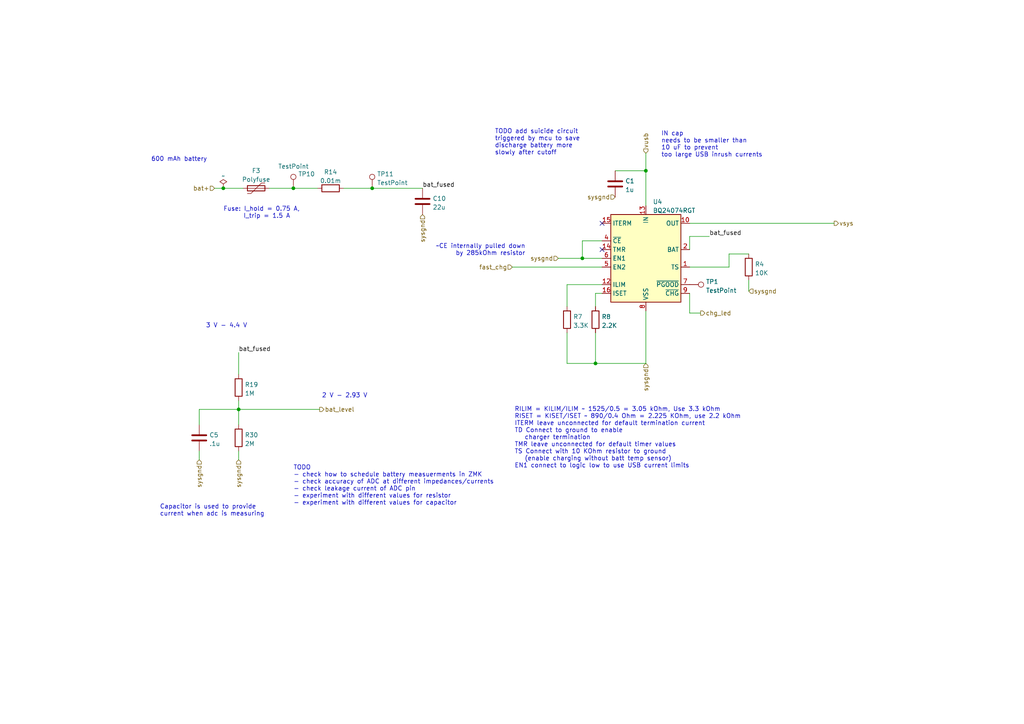
<source format=kicad_sch>
(kicad_sch (version 20211123) (generator eeschema)
  (paper "A4")
  (lib_symbols
    (symbol "Battery_Management:BQ24074RGT"
      (property "Reference" "U" (at -8.89 13.97 0))
      (property "Value" "BQ24074RGT" (at 16.51 13.97 0))
      (symbol "BQ24074RGT_0_1"
        (rectangle (start -10.16 12.7) (end 10.16 -12.7) (stroke (width 0.254)) (fill (type background)))
      )
      (symbol "BQ24074RGT_1_1"
        (pin passive line (at 12.7 -2.54 180) (length 2.54) (name "TS") (number "1"))
        (pin power_out line (at 12.7 10.16 180) (length 2.54) (name "OUT") (number "10"))
        (pin passive line (at 12.7 10.16 180) (length 2.54) hide (name "OUT") (number "11"))
        (pin passive line (at -12.7 -7.62 0) (length 2.54) (name "ILIM") (number "12"))
        (pin power_in line (at 0 15.24 270) (length 2.54) (name "IN") (number "13"))
        (pin input line (at -12.7 2.54 0) (length 2.54) (name "TMR") (number "14"))
        (pin input line (at -12.7 10.16 0) (length 2.54) (name "ITERM") (number "15"))
        (pin passive line (at -12.7 -10.16 0) (length 2.54) (name "ISET") (number "16"))
        (pin passive line (at 0 -15.24 90) (length 2.54) hide (name "VSS") (number "17"))
        (pin power_out line (at 12.7 2.54 180) (length 2.54) (name "BAT") (number "2"))
        (pin passive line (at 12.7 2.54 180) (length 2.54) hide (name "BAT") (number "3"))
        (pin input line (at -12.7 5.08 0) (length 2.54) (name "~{CE}") (number "4"))
        (pin input line (at -12.7 -2.54 0) (length 2.54) (name "EN2") (number "5"))
        (pin input line (at -12.7 0 0) (length 2.54) (name "EN1") (number "6"))
        (pin open_collector line (at 12.7 -7.62 180) (length 2.54) (name "~{PGOOD}") (number "7"))
        (pin power_in line (at 0 -15.24 90) (length 2.54) (name "VSS") (number "8"))
        (pin open_collector line (at 12.7 -10.16 180) (length 2.54) (name "~{CHG}") (number "9"))
      )
    )
    (symbol "Connector:TestPoint" (pin_numbers hide) (pin_names (offset 0.762) hide)
      (property "Reference" "TP" (at 0 6.858 0))
      (property "Value" "TestPoint" (at 0 5.08 0))
      (symbol "TestPoint_0_1"
        (circle (center 0 3.302) (radius 0.762))
      )
      (symbol "TestPoint_1_1"
        (pin passive line (at 0 0 90) (length 2.54) (name "1") (number "1"))
      )
    )
    (symbol "Device:C" (pin_numbers hide) (pin_names (offset 0.254))
      (property "Reference" "C" (at 0.635 2.54 0))
      (property "Value" "C" (at 0.635 -2.54 0))
      (symbol "C_0_1"
        (polyline (pts (xy -2.032 -0.762) (xy 2.032 -0.762)) (stroke (width 0.508)))
        (polyline (pts (xy -2.032 0.762) (xy 2.032 0.762)) (stroke (width 0.508)))
      )
      (symbol "C_1_1"
        (pin passive line (at 0 3.81 270) (length 2.794) (name "~") (number "1"))
        (pin passive line (at 0 -3.81 90) (length 2.794) (name "~") (number "2"))
      )
    )
    (symbol "Device:Polyfuse" (pin_numbers hide) (pin_names (offset 0))
      (property "Reference" "F" (at -2.54 0 90))
      (property "Value" "Polyfuse" (at 2.54 0 90))
      (symbol "Polyfuse_0_1"
        (rectangle (start -0.762 2.54) (end 0.762 -2.54) (stroke (width 0.254)))
        (polyline (pts (xy 0 2.54) (xy 0 -2.54)))
        (polyline (pts (xy -1.524 2.54) (xy -1.524 1.524) (xy 1.524 -1.524) (xy 1.524 -2.54)))
      )
      (symbol "Polyfuse_1_1"
        (pin passive line (at 0 3.81 270) (length 1.27) (name "~") (number "1"))
        (pin passive line (at 0 -3.81 90) (length 1.27) (name "~") (number "2"))
      )
    )
    (symbol "Device:R" (pin_numbers hide) (pin_names (offset 0))
      (property "Reference" "R" (at 2.032 0 90))
      (property "Value" "R" (at 0 0 90))
      (symbol "R_0_1"
        (rectangle (start -1.016 -2.54) (end 1.016 2.54) (stroke (width 0.254)))
      )
      (symbol "R_1_1"
        (pin passive line (at 0 3.81 270) (length 1.27) (name "~") (number "1"))
        (pin passive line (at 0 -3.81 90) (length 1.27) (name "~") (number "2"))
      )
    )
    (symbol "power:PWR_FLAG" (power) (pin_numbers hide) (pin_names (offset 0) hide)
      (property "Value" "PWR_FLAG" (at 0 3.81 0))
      (symbol "PWR_FLAG_0_0"
        (pin power_out line (at 0 0 90) (length 0) (name "pwr") (number "1"))
      )
      (symbol "PWR_FLAG_0_1"
        (polyline (pts (xy 0 0) (xy 0 1.27) (xy -1.016 1.905) (xy 0 2.54) (xy 1.016 1.905) (xy 0 1.27)))
      )
    )
  )
  (junction (at 168.91 74.93))
  (junction (at 187.325 49.53))
  (junction (at 107.95 54.61))
  (junction (at 85.09 54.61))
  (junction (at 172.72 105.41))
  (junction (at 64.77 54.61))
  (junction (at 69.215 118.745))
  (no_connect (at 174.625 72.39))
  (no_connect (at 174.625 64.77))
  (wire (pts (xy 172.72 105.41) (xy 187.325 105.41)))
  (wire (pts (xy 200.025 64.77) (xy 241.935 64.77)))
  (wire (pts (xy 168.91 69.85) (xy 168.91 74.93)))
  (wire (pts (xy 168.91 74.93) (xy 161.925 74.93)))
  (wire (pts (xy 148.59 77.47) (xy 174.625 77.47)))
  (wire (pts (xy 211.455 73.66) (xy 217.17 73.66)))
  (wire (pts (xy 57.785 130.81) (xy 57.785 133.35)))
  (wire (pts (xy 211.455 77.47) (xy 211.455 73.66)))
  (wire (pts (xy 99.695 54.61) (xy 107.95 54.61)))
  (wire (pts (xy 69.215 118.745) (xy 92.71 118.745)))
  (wire (pts (xy 172.72 96.52) (xy 172.72 105.41)))
  (wire (pts (xy 85.09 54.61) (xy 92.075 54.61)))
  (wire (pts (xy 69.215 130.81) (xy 69.215 133.35)))
  (wire (pts (xy 200.025 68.58) (xy 205.74 68.58)))
  (wire (pts (xy 174.625 74.93) (xy 168.91 74.93)))
  (wire (pts (xy 200.025 85.09) (xy 200.025 90.805)))
  (wire (pts (xy 200.025 90.805) (xy 203.2 90.805)))
  (wire (pts (xy 164.465 82.55) (xy 164.465 88.9)))
  (wire (pts (xy 200.025 77.47) (xy 211.455 77.47)))
  (wire (pts (xy 187.325 44.45) (xy 187.325 49.53)))
  (wire (pts (xy 187.325 49.53) (xy 187.325 59.69)))
  (wire (pts (xy 178.435 49.53) (xy 187.325 49.53)))
  (wire (pts (xy 217.17 81.28) (xy 217.17 84.455)))
  (wire (pts (xy 174.625 82.55) (xy 164.465 82.55)))
  (wire (pts (xy 62.23 54.61) (xy 64.77 54.61)))
  (wire (pts (xy 69.215 102.235) (xy 69.215 108.585)))
  (wire (pts (xy 69.215 116.205) (xy 69.215 118.745)))
  (wire (pts (xy 164.465 105.41) (xy 172.72 105.41)))
  (wire (pts (xy 78.105 54.61) (xy 85.09 54.61)))
  (wire (pts (xy 57.785 123.19) (xy 57.785 118.745)))
  (wire (pts (xy 172.72 85.09) (xy 172.72 88.9)))
  (wire (pts (xy 174.625 85.09) (xy 172.72 85.09)))
  (wire (pts (xy 164.465 96.52) (xy 164.465 105.41)))
  (wire (pts (xy 200.025 72.39) (xy 200.025 68.58)))
  (wire (pts (xy 69.215 118.745) (xy 69.215 123.19)))
  (wire (pts (xy 107.95 54.61) (xy 122.555 54.61)))
  (wire (pts (xy 64.77 54.61) (xy 70.485 54.61)))
  (wire (pts (xy 168.91 69.85) (xy 174.625 69.85)))
  (wire (pts (xy 187.325 105.41) (xy 187.325 90.17)))
  (wire (pts (xy 57.785 118.745) (xy 69.215 118.745)))
  (text "3 V - 4.4 V" (at 59.69 95.25 0) (effects (font (size 1.27 1.27)) (justify left bottom)))
  (text "TODO\n- check how to schedule battery measuerments in ZMK\n- check accuracy of ADC at different impedances/currents\n- check leakage current of ADC pin\n- experiment with different values for resistor\n- experiment with different values for capacitor" (at 85.09 146.685 0) (effects (font (size 1.27 1.27)) (justify left bottom)))
  (text "~CE internally pulled down\nby 285kOhm resistor\n" (at 152.4 74.295 180) (effects (font (size 1.27 1.27)) (justify right bottom)))
  (text "IN cap\nneeds to be smaller than\n10 uF to prevent \ntoo large USB inrush currents" (at 191.77 45.72 0) (effects (font (size 1.27 1.27)) (justify left bottom)))
  (text "2 V - 2.93 V" (at 93.345 115.57 0) (effects (font (size 1.27 1.27)) (justify left bottom)))
  (text "TODO add suicide circuit\ntriggered by mcu to save\ndischarge battery more\nslowly after cutoff" (at 143.51 45.085 0) (effects (font (size 1.27 1.27)) (justify left bottom)))
  (text "600 mAh battery" (at 43.815 46.99 0) (effects (font (size 1.27 1.27)) (justify left bottom)))
  (text "RILIM = KILIM/ILIM ~ 1525/0.5 = 3.05 kOhm, Use 3.3 kOhm \nRISET = KISET/ISET ~ 890/0.4 Ohm = 2.225 KOhm, use 2.2 kOhm\nITERM leave unconnected for default termination current\nTD Connect to ground to enable \n   charger termination\nTMR leave unconnected for default timer values\nTS Connect with 10 KOhm resistor to ground\n   (enable charging without batt temp sensor)\nEN1 connect to logic low to use USB current limits" (at 149.225 135.89 0) (effects (font (size 1.27 1.27)) (justify left bottom)))
  (text "Capacitor is used to provide\ncurrent when adc is measuring" (at 46.355 149.86 0) (effects (font (size 1.27 1.27)) (justify left bottom)))
  (text "Fuse: I_hold = 0.75 A,\n      I_trip = 1.5 A" (at 64.77 63.5 0) (effects (font (size 1.27 1.27)) (justify left bottom)))
  (label "bat_fused" (at 122.555 54.61 0))
  (label "bat_fused" (at 69.215 102.235 0))
  (label "bat_fused" (at 205.74 68.58 0))
  (hierarchical_label "bat_level" (shape output) (at 92.71 118.745 0))
  (hierarchical_label "vusb" (shape input) (at 187.325 44.45 90))
  (hierarchical_label "bat+" (shape input) (at 62.23 54.61 180))
  (hierarchical_label "sysgnd" (shape input) (at 57.785 133.35 270))
  (hierarchical_label "fast_chg" (shape input) (at 148.59 77.47 180))
  (hierarchical_label "sysgnd" (shape input) (at 69.215 133.35 270))
  (hierarchical_label "vsys" (shape output) (at 241.935 64.77 0))
  (hierarchical_label "sysgnd" (shape input) (at 122.555 62.23 270))
  (hierarchical_label "sysgnd" (shape input) (at 217.17 84.455 0))
  (hierarchical_label "sysgnd" (shape input) (at 187.325 105.41 270))
  (hierarchical_label "sysgnd" (shape input) (at 178.435 57.15 180))
  (hierarchical_label "sysgnd" (shape input) (at 161.925 74.93 180))
  (hierarchical_label "chg_led" (shape output) (at 203.2 90.805 0))
  (symbol (lib_id "Device:R") (at 95.885 54.61 90) (unit 1)
    (property "Reference" "R14" (at 95.885 49.8942 90))
    (property "Value" "0.01m" (at 95.885 52.4311 90))
    (property "Footprint" "Resistor_SMD:R_0603_1608Metric_Pad0.98x0.95mm_HandSolder" (effects hide))
  )
  (symbol (lib_id "Device:R") (at 217.17 77.47 0) (unit 1)
    (property "Reference" "R4" (at 218.948 76.6353 0) (effects (justify left)))
    (property "Value" "10K" (at 218.948 79.1722 0) (effects (justify left)))
    (property "Footprint" "Resistor_SMD:R_0603_1608Metric_Pad0.98x0.95mm_HandSolder" (effects hide))
  )
  (symbol (lib_id "Device:Polyfuse") (at 74.295 54.61 90) (unit 1)
    (property "Reference" "F3" (at 74.295 49.5132 90))
    (property "Value" "Polyfuse" (at 74.295 52.0501 90))
    (property "Footprint" "Fuse:Fuse_0603_1608Metric_Pad1.05x0.95mm_HandSolder" (effects hide))
  )
  (symbol (lib_id "Device:R") (at 172.72 92.71 0) (unit 1)
    (property "Reference" "R8" (at 174.498 91.8753 0) (effects (justify left)))
    (property "Value" "2.2K" (at 174.498 94.4122 0) (effects (justify left)))
    (property "Footprint" "Resistor_SMD:R_0603_1608Metric_Pad0.98x0.95mm_HandSolder" (effects hide))
  )
  (symbol (lib_id "Battery_Management:BQ24074RGT") (at 187.325 74.93 0) (unit 1)
    (property "Reference" "U4" (at 189.3444 58.5302 0) (effects (justify left)))
    (property "Value" "BQ24074RGT" (at 189.3444 61.0671 0) (effects (justify left)))
    (property "Footprint" "Package_DFN_QFN:VQFN-16-1EP_3x3mm_P0.5mm_EP1.6x1.6mm" (effects hide))
    (property "Datasheet" "http://www.ti.com/lit/ds/symlink/bq24074.pdf" (effects hide))
  )
  (symbol (lib_id "Device:R") (at 164.465 92.71 0) (unit 1)
    (property "Reference" "R7" (at 166.243 91.8753 0) (effects (justify left)))
    (property "Value" "3.3K" (at 166.243 94.4122 0) (effects (justify left)))
    (property "Footprint" "Resistor_SMD:R_0603_1608Metric_Pad0.98x0.95mm_HandSolder" (effects hide))
  )
  (symbol (lib_id "Connector:TestPoint") (at 85.09 54.61 0) (unit 1)
    (property "Reference" "TP10" (at 86.487 50.4733 0) (effects (justify left)))
    (property "Value" "TestPoint" (at 80.645 48.26 0) (effects (justify left)))
    (property "Footprint" "grapto-v3w:TestPoint_THTPad_D2.0mm_Drill1.0mm" (effects hide))
  )
  (symbol (lib_id "Device:R") (at 69.215 112.395 0) (unit 1)
    (property "Reference" "R19" (at 70.993 111.5603 0) (effects (justify left)))
    (property "Value" "1M" (at 70.993 114.0972 0) (effects (justify left)))
    (property "Footprint" "Resistor_SMD:R_0603_1608Metric_Pad0.98x0.95mm_HandSolder" (effects hide))
  )
  (symbol (lib_id "Device:R") (at 69.215 127 0) (unit 1)
    (property "Reference" "R30" (at 70.993 126.1653 0) (effects (justify left)))
    (property "Value" "2M" (at 70.993 128.7022 0) (effects (justify left)))
    (property "Footprint" "Resistor_SMD:R_0603_1608Metric_Pad0.98x0.95mm_HandSolder" (effects hide))
  )
  (symbol (lib_id "Connector:TestPoint") (at 200.025 82.55 270) (unit 1)
    (property "Reference" "TP1" (at 204.724 81.7153 90) (effects (justify left)))
    (property "Value" "TestPoint" (at 204.724 84.2522 90) (effects (justify left)))
    (property "Footprint" "grapto-v3w:TestPoint_THTPad_D2.0mm_Drill1.0mm" (effects hide))
  )
  (symbol (lib_id "Connector:TestPoint") (at 107.95 54.61 0) (unit 1)
    (property "Reference" "TP11" (at 109.347 50.4733 0) (effects (justify left)))
    (property "Value" "TestPoint" (at 109.347 53.0102 0) (effects (justify left)))
    (property "Footprint" "grapto-v3w:TestPoint_THTPad_D2.0mm_Drill1.0mm" (effects hide))
  )
  (symbol (lib_id "Device:C") (at 178.435 53.34 0) (unit 1)
    (property "Reference" "C1" (at 181.356 52.5053 0) (effects (justify left)))
    (property "Value" "1u" (at 181.356 55.0422 0) (effects (justify left)))
    (property "Footprint" "LED_SMD:LED_1210_3225Metric_Pad1.42x2.65mm_HandSolder" (effects hide))
  )
  (symbol (lib_id "Device:C") (at 57.785 127 0) (unit 1)
    (property "Reference" "C5" (at 60.706 126.1653 0) (effects (justify left)))
    (property "Value" ".1u" (at 60.706 128.7022 0) (effects (justify left)))
    (property "Footprint" "Capacitor_SMD:C_0603_1608Metric_Pad1.08x0.95mm_HandSolder" (effects hide))
  )
  (symbol (lib_id "power:PWR_FLAG") (at 64.77 54.61 0) (unit 1)
    (property "Reference" "#FLG0111" (effects hide))
    (property "Value" "~" (at 64.77 51.0342 0))
  )
  (symbol (lib_id "Device:C") (at 122.555 58.42 0) (unit 1)
    (property "Reference" "C10" (at 125.476 57.5853 0) (effects (justify left)))
    (property "Value" "22u" (at 125.476 60.1222 0) (effects (justify left)))
    (property "Footprint" "Fuse:Fuse_0603_1608Metric_Pad1.05x0.95mm_HandSolder" (effects hide))
  )
)
</source>
